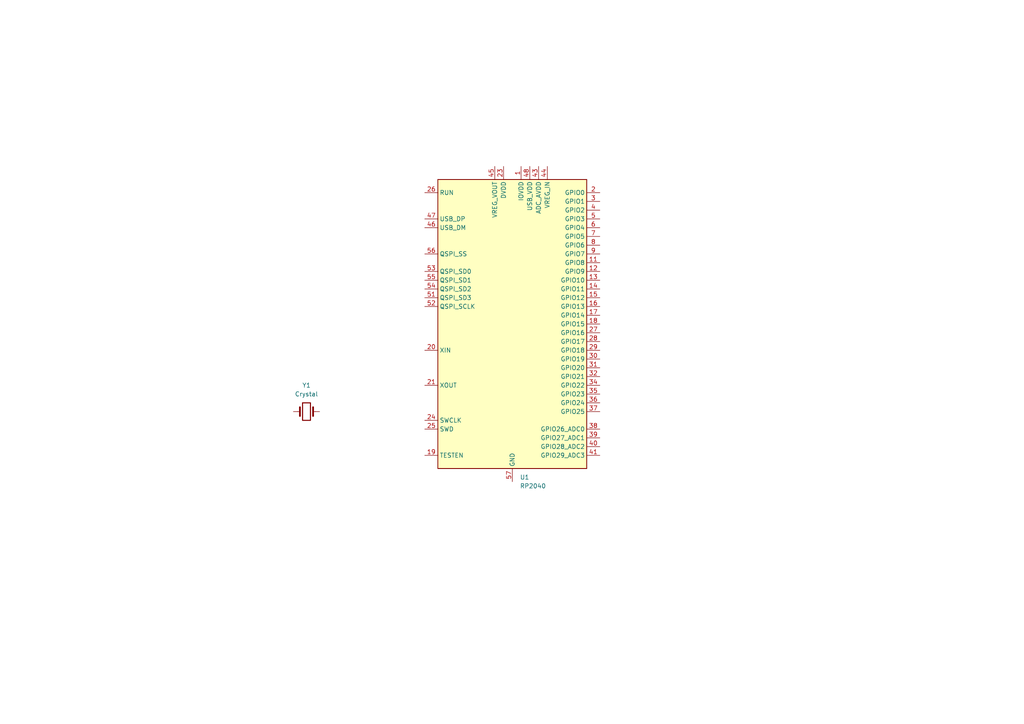
<source format=kicad_sch>
(kicad_sch (version 20230121) (generator eeschema)
  (paper "A4")
  (lib_symbols
    (symbol "Device:Crystal" (pin_numbers hide) (pin_names (offset 1.016) hide)
      (property "Reference" "Y" (at 0 3.81 0))
      (property "Value" "Crystal" (at 0 -3.81 0))
      (symbol "Crystal_0_1"
        (rectangle (start -1.143 2.54) (end 1.143 -2.54) (stroke (width 0.3048)))
        (polyline (pts (xy -2.54 0) (xy -1.905 0)))
        (polyline (pts (xy -1.905 -1.27) (xy -1.905 1.27)) (stroke (width 0.508)))
        (polyline (pts (xy 1.905 -1.27) (xy 1.905 1.27)) (stroke (width 0.508)))
        (polyline (pts (xy 2.54 0) (xy 1.905 0)))
      )
      (symbol "Crystal_1_1"
        (pin passive line (at -3.81 0 0) (length 1.27) (name "1") (number "1"))
        (pin passive line (at 3.81 0 180) (length 1.27) (name "2") (number "2"))
      )
    )
    (symbol "MCU_RaspberryPi:RP2040"
      (property "Reference" "U" (at 17.78 45.72 0))
      (property "Value" "RP2040" (at 17.78 43.18 0))
      (symbol "RP2040_0_1"
        (rectangle (start -21.59 41.91) (end 21.59 -41.91) (stroke (width 0.254)) (fill (type background)))
      )
      (symbol "RP2040_1_1"
        (pin power_in line (at 2.54 45.72 270) (length 3.81) (name "IOVDD") (number "1"))
        (pin passive line (at 2.54 45.72 270) (length 3.81) hide (name "IOVDD") (number "10"))
        (pin bidirectional line (at 25.4 17.78 180) (length 3.81) (name "GPIO8") (number "11"))
        (pin bidirectional line (at 25.4 15.24 180) (length 3.81) (name "GPIO9") (number "12"))
        (pin bidirectional line (at 25.4 12.7 180) (length 3.81) (name "GPIO10") (number "13"))
        (pin bidirectional line (at 25.4 10.16 180) (length 3.81) (name "GPIO11") (number "14"))
        (pin bidirectional line (at 25.4 7.62 180) (length 3.81) (name "GPIO12") (number "15"))
        (pin bidirectional line (at 25.4 5.08 180) (length 3.81) (name "GPIO13") (number "16"))
        (pin bidirectional line (at 25.4 2.54 180) (length 3.81) (name "GPIO14") (number "17"))
        (pin bidirectional line (at 25.4 0 180) (length 3.81) (name "GPIO15") (number "18"))
        (pin input line (at -25.4 -38.1 0) (length 3.81) (name "TESTEN") (number "19"))
        (pin bidirectional line (at 25.4 38.1 180) (length 3.81) (name "GPIO0") (number "2"))
        (pin input line (at -25.4 -7.62 0) (length 3.81) (name "XIN") (number "20"))
        (pin passive line (at -25.4 -17.78 0) (length 3.81) (name "XOUT") (number "21"))
        (pin passive line (at 2.54 45.72 270) (length 3.81) hide (name "IOVDD") (number "22"))
        (pin power_in line (at -2.54 45.72 270) (length 3.81) (name "DVDD") (number "23"))
        (pin input line (at -25.4 -27.94 0) (length 3.81) (name "SWCLK") (number "24"))
        (pin bidirectional line (at -25.4 -30.48 0) (length 3.81) (name "SWD") (number "25"))
        (pin input line (at -25.4 38.1 0) (length 3.81) (name "RUN") (number "26"))
        (pin bidirectional line (at 25.4 -2.54 180) (length 3.81) (name "GPIO16") (number "27"))
        (pin bidirectional line (at 25.4 -5.08 180) (length 3.81) (name "GPIO17") (number "28"))
        (pin bidirectional line (at 25.4 -7.62 180) (length 3.81) (name "GPIO18") (number "29"))
        (pin bidirectional line (at 25.4 35.56 180) (length 3.81) (name "GPIO1") (number "3"))
        (pin bidirectional line (at 25.4 -10.16 180) (length 3.81) (name "GPIO19") (number "30"))
        (pin bidirectional line (at 25.4 -12.7 180) (length 3.81) (name "GPIO20") (number "31"))
        (pin bidirectional line (at 25.4 -15.24 180) (length 3.81) (name "GPIO21") (number "32"))
        (pin passive line (at 2.54 45.72 270) (length 3.81) hide (name "IOVDD") (number "33"))
        (pin bidirectional line (at 25.4 -17.78 180) (length 3.81) (name "GPIO22") (number "34"))
        (pin bidirectional line (at 25.4 -20.32 180) (length 3.81) (name "GPIO23") (number "35"))
        (pin bidirectional line (at 25.4 -22.86 180) (length 3.81) (name "GPIO24") (number "36"))
        (pin bidirectional line (at 25.4 -25.4 180) (length 3.81) (name "GPIO25") (number "37"))
        (pin bidirectional line (at 25.4 -30.48 180) (length 3.81) (name "GPIO26_ADC0") (number "38"))
        (pin bidirectional line (at 25.4 -33.02 180) (length 3.81) (name "GPIO27_ADC1") (number "39"))
        (pin bidirectional line (at 25.4 33.02 180) (length 3.81) (name "GPIO2") (number "4"))
        (pin bidirectional line (at 25.4 -35.56 180) (length 3.81) (name "GPIO28_ADC2") (number "40"))
        (pin bidirectional line (at 25.4 -38.1 180) (length 3.81) (name "GPIO29_ADC3") (number "41"))
        (pin passive line (at 2.54 45.72 270) (length 3.81) hide (name "IOVDD") (number "42"))
        (pin power_in line (at 7.62 45.72 270) (length 3.81) (name "ADC_AVDD") (number "43"))
        (pin power_in line (at 10.16 45.72 270) (length 3.81) (name "VREG_IN") (number "44"))
        (pin power_out line (at -5.08 45.72 270) (length 3.81) (name "VREG_VOUT") (number "45"))
        (pin bidirectional line (at -25.4 27.94 0) (length 3.81) (name "USB_DM") (number "46"))
        (pin bidirectional line (at -25.4 30.48 0) (length 3.81) (name "USB_DP") (number "47"))
        (pin power_in line (at 5.08 45.72 270) (length 3.81) (name "USB_VDD") (number "48"))
        (pin passive line (at 2.54 45.72 270) (length 3.81) hide (name "IOVDD") (number "49"))
        (pin bidirectional line (at 25.4 30.48 180) (length 3.81) (name "GPIO3") (number "5"))
        (pin passive line (at -2.54 45.72 270) (length 3.81) hide (name "DVDD") (number "50"))
        (pin bidirectional line (at -25.4 7.62 0) (length 3.81) (name "QSPI_SD3") (number "51"))
        (pin output line (at -25.4 5.08 0) (length 3.81) (name "QSPI_SCLK") (number "52"))
        (pin bidirectional line (at -25.4 15.24 0) (length 3.81) (name "QSPI_SD0") (number "53"))
        (pin bidirectional line (at -25.4 10.16 0) (length 3.81) (name "QSPI_SD2") (number "54"))
        (pin bidirectional line (at -25.4 12.7 0) (length 3.81) (name "QSPI_SD1") (number "55"))
        (pin bidirectional line (at -25.4 20.32 0) (length 3.81) (name "QSPI_SS") (number "56"))
        (pin power_in line (at 0 -45.72 90) (length 3.81) (name "GND") (number "57"))
        (pin bidirectional line (at 25.4 27.94 180) (length 3.81) (name "GPIO4") (number "6"))
        (pin bidirectional line (at 25.4 25.4 180) (length 3.81) (name "GPIO5") (number "7"))
        (pin bidirectional line (at 25.4 22.86 180) (length 3.81) (name "GPIO6") (number "8"))
        (pin bidirectional line (at 25.4 20.32 180) (length 3.81) (name "GPIO7") (number "9"))
      )
    )
  )
  (symbol (lib_id "MCU_RaspberryPi:RP2040") (at 148.59 93.98 0) (unit 1)
    (property "Reference" "U1" (at 150.7841 138.43 0) (effects (justify left)))
    (property "Value" "RP2040" (at 150.7841 140.97 0) (effects (justify left)))
    (property "Footprint" "Package_DFN_QFN:QFN-56-1EP_7x7mm_P0.4mm_EP3.2x3.2mm" (effects hide))
    (property "Datasheet" "https://datasheets.raspberrypi.com/rp2040/rp2040-datasheet.pdf" (effects hide))
  )
  (symbol (lib_id "Device:Crystal") (at 88.9 119.38 0) (unit 1)
    (property "Reference" "Y1" (at 88.9 111.76 0))
    (property "Value" "Crystal" (at 88.9 114.3 0))
    (property "Footprint" "Crystal:Crystal_SMD_SeikoEpson_MA505-2Pin_12.7x5.1mm" (effects hide))
  )
)
</source>
